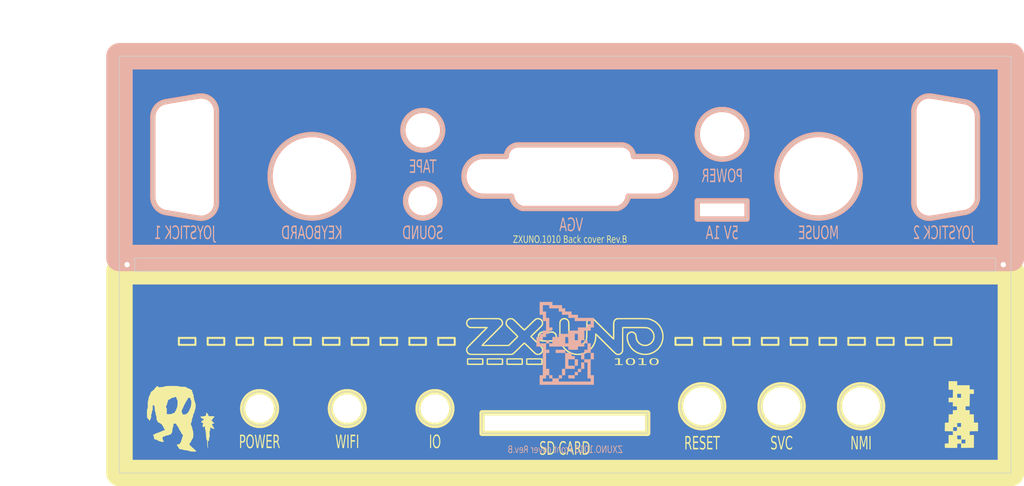
<source format=kicad_pcb>
(kicad_pcb (version 20240108) (generator "pcbnew") (generator_version "8.0")
  (title_block (title "ZXUNO.1010 (covers)") (date "2024-08-30") (rev "B") (company "Eugene Lozovoy") (comment 2 "Thickness: 1.6mm") (comment 3 "Layers: 2") (comment 4 "Dimensions: 134.6x63mm"))
  (layers (0 "F.Cu" signal) (31 "B.Cu" signal) (34 "B.Paste" user) (35 "F.Paste" user) (36 "B.SilkS" user "B.Silkscreen") (37 "F.SilkS" user "F.Silkscreen") (38 "B.Mask" user) (39 "F.Mask" user) (44 "Edge.Cuts" user))
  (net 0 "")
  (net 1 "shield")
  (footprint "mygraphic:zxuno_30x7.5" (layer "F.Cu") (at 144.449207 104.6)
    (property "Reference" "G***" (hide yes))
    (property "Value" "LOGO" (hide yes))
  )
  (footprint "LOGO" (layer "F.Cu") (at 203.5 116.1)
    (property "Reference" "G***" (hide yes))
    (property "Value" "LOGO" (hide yes))
  )
  (footprint "LOGO" (layer "F.Cu") (at 85.730542 115.902674)
    (property "Reference" "G***" (hide yes))
    (property "Value" "LOGO" (hide yes))
  )
  (footprint "mygraphic:black-mage-12.5x8.6" (layer "B.Cu") (at 144.5 104.9 180)
    (property "Reference" "G***" (hide yes))
    (property "Value" "LOGO" (hide yes))
  )
  (gr_arc (start 158.217828 76.65) (mid 161.217828 79.65) (end 158.217828 82.65) (stroke (width 0.8)) (layer "B.SilkS"))
  (gr_circle (center 168.2 73.3) (end 171.95 73.3) (stroke (width 0.8)) (fill none) (layer "B.SilkS"))
  (gr_line (start 84.215413 68.377685) (end 89.141813 67.539485) (stroke (width 0.8)) (layer "B.SilkS"))
  (gr_line (start 197.14969 83.653412) (end 197.14969 69.84658) (stroke (width 0.8)) (layer "B.SilkS"))
  (gr_line (start 132.217828 82.65) (end 136.417828 82.65) (stroke (width 0.8)) (layer "B.SilkS"))
  (gr_arc (start 84.215413 85.122315) (mid 82.807984 84.330586) (end 82.25 82.815216) (stroke (width 0.8)) (layer "B.SilkS"))
  (gr_line (start 132.217828 76.65) (end 135.617828 76.65) (stroke (width 0.8)) (layer "B.SilkS"))
  (gr_line (start 154.017828 82.65) (end 158.217828 82.65) (stroke (width 0.8)) (layer "B.SilkS"))
  (gr_arc (start 89.5132 85.990216) (mid 89.326913 85.982781) (end 89.141813 85.960515) (stroke (width 0.8)) (layer "B.SilkS"))
  (gr_arc (start 152.907172 74.9) (mid 154.216898 75.388067) (end 154.817828 76.65) (stroke (width 0.8)) (layer "B.SilkS"))
  (gr_arc (start 197.14969 69.84658) (mid 197.83413 68.19422) (end 199.48649 67.50978) (stroke (width 0.8)) (layer "B.SilkS"))
  (gr_line (start 154.817828 76.65) (end 158.217828 76.65) (stroke (width 0.8)) (layer "B.SilkS"))
  (gr_rect (start 77.2 61.5) (end 211.8 92) (stroke (width 4)) (fill none) (layer "B.SilkS"))
  (gr_line (start 199.857877 67.539481) (end 204.784277 68.377681) (stroke (width 0.8)) (layer "B.SilkS"))
  (gr_line (start 89.141813 85.960515) (end 84.215413 85.122315) (stroke (width 0.8)) (layer "B.SilkS"))
  (gr_arc (start 138.053367 84.5) (mid 136.953364 83.824516) (end 136.417828 82.65) (stroke (width 0.8)) (layer "B.SilkS"))
  (gr_circle (center 182.75 79.65) (end 189.05 79.65) (stroke (width 0.8)) (fill none) (layer "B.SilkS"))
  (gr_arc (start 82.25 70.684784) (mid 82.807926 69.169365) (end 84.215413 68.377685) (stroke (width 0.8)) (layer "B.SilkS"))
  (gr_line (start 206.74969 70.68478) (end 206.74969 82.815212) (stroke (width 0.8)) (layer "B.SilkS"))
  (gr_arc (start 206.74969 82.815212) (mid 206.191715 84.33059) (end 204.784277 85.122311) (stroke (width 0.8)) (layer "B.SilkS"))
  (gr_arc (start 91.85 83.653416) (mid 91.16558 85.305796) (end 89.5132 85.990216) (stroke (width 0.8)) (layer "B.SilkS"))
  (gr_arc (start 154.017828 82.65) (mid 153.496284 83.815825) (end 152.417831 84.499999) (stroke (width 0.8)) (layer "B.SilkS"))
  (gr_rect (start 164.45 83.35) (end 171.95 86.1) (stroke (width 0.8)) (fill none) (layer "B.SilkS"))
  (gr_arc (start 132.217828 82.65) (mid 129.217828 79.65) (end 132.217828 76.65) (stroke (width 0.8)) (layer "B.SilkS"))
  (gr_line (start 82.25 82.815216) (end 82.25 70.684784) (stroke (width 0.8)) (layer "B.SilkS"))
  (gr_line (start 137.492828 74.9) (end 152.907172 74.9) (stroke (width 0.8)) (layer "B.SilkS"))
  (gr_line (start 91.85 69.846584) (end 91.85 83.653416) (stroke (width 0.8)) (layer "B.SilkS"))
  (gr_circle (center 106.25 79.65) (end 112.55 79.65) (stroke (width 0.8)) (fill none) (layer "B.SilkS"))
  (gr_circle (center 123 83.35) (end 125.6 83.35) (stroke (width 0.8)) (fill none) (layer "B.SilkS"))
  (gr_arc (start 199.48649 67.50978) (mid 199.672776 67.517222) (end 199.857877 67.539481) (stroke (width 0.8)) (layer "B.SilkS"))
  (gr_line (start 138.053367 84.5) (end 152.417831 84.499999) (stroke (width 0.8)) (layer "B.SilkS"))
  (gr_arc (start 89.141813 67.539485) (mid 91.028625 68.067704) (end 91.85 69.846584) (stroke (width 0.8)) (layer "B.SilkS"))
  (gr_arc (start 204.784277 68.377681) (mid 206.191712 69.169405) (end 206.74969 70.68478) (stroke (width 0.8)) (layer "B.SilkS"))
  (gr_circle (center 123 72.7) (end 126 72.7) (stroke (width 0.8)) (fill none) (layer "B.SilkS"))
  (gr_arc (start 135.617827 76.65) (mid 136.196074 75.390085) (end 137.492828 74.9) (stroke (width 0.8)) (layer "B.SilkS"))
  (gr_arc (start 199.857877 85.960511) (mid 197.971072 85.432285) (end 197.14969 83.653412) (stroke (width 0.8)) (layer "B.SilkS"))
  (gr_line (start 204.784277 85.122311) (end 199.857877 85.960511) (stroke (width 0.8)) (layer "B.SilkS"))
  (gr_rect (start 94.875 104.075) (end 97.375 105.125) (stroke (width 0.3)) (fill none) (layer "F.SilkS"))
  (gr_rect (start 107.925 104.075) (end 110.425 105.125) (stroke (width 0.3)) (fill none) (layer "F.SilkS"))
  (gr_rect (start 77.2 94) (end 211.8 124.5) (stroke (width 4)) (fill none) (layer "F.SilkS"))
  (gr_rect (start 178.55 104.075) (end 181.05 105.125) (stroke (width 0.3)) (fill none) (layer "F.SilkS"))
  (gr_rect (start 120.975 104.075) (end 123.475 105.125) (stroke (width 0.3)) (fill none) (layer "F.SilkS"))
  (gr_rect (start 99.225 104.075) (end 101.725 105.125) (stroke (width 0.3)) (fill none) (layer "F.SilkS"))
  (gr_circle (center 189.175 114.4) (end 192.425 114.4) (stroke (width 0.8)) (fill none) (layer "F.SilkS"))
  (gr_rect (start 90.525 104.075) (end 93.025 105.125) (stroke (width 0.3)) (fill none) (layer "F.SilkS"))
  (gr_rect (start 169.85 104.075) (end 172.35 105.125) (stroke (width 0.3)) (fill none) (layer "F.SilkS"))
  (gr_circle (center 177.175 114.4) (end 180.425 114.4) (stroke (width 0.8)) (fill none) (layer "F.SilkS"))
  (gr_rect (start 200.3 104.075) (end 202.8 105.125) (stroke (width 0.3)) (fill none) (layer "F.SilkS"))
  (gr_circle (center 165.175 114.4) (end 168.425 114.4) (stroke (width 0.8)) (fill none) (layer "F.SilkS"))
  (gr_rect (start 131.95 115.4) (end 156.95 118.5) (stroke (width 0.8)) (fill none) (layer "F.SilkS"))
  (gr_rect (start 187.25 104.075) (end 189.75 105.125) (stroke (width 0.3)) (fill none) (layer "F.SilkS"))
  (gr_circle (center 98.36 114.75) (end 100.91 114.75) (stroke (width 0.8)) (fill none) (layer "F.SilkS"))
  (gr_rect (start 112.275 104.075) (end 114.775 105.125) (stroke (width 0.3)) (fill none) (layer "F.SilkS"))
  (gr_rect (start 103.575 104.075) (end 106.075 105.125) (stroke (width 0.3)) (fill none) (layer "F.SilkS"))
  (gr_rect (start 125.325 104.075) (end 127.825 105.125) (stroke (width 0.3)) (fill none) (layer "F.SilkS"))
  (gr_rect (start 161.15 104.075) (end 163.65 105.125) (stroke (width 0.3)) (fill none) (layer "F.SilkS"))
  (gr_circle (center 111.6 114.75) (end 114.15 114.75) (stroke (width 0.8)) (fill none) (layer "F.SilkS"))
  (gr_rect (start 116.625 104.075) (end 119.125 105.125) (stroke (width 0.3)) (fill none) (layer "F.SilkS"))
  (gr_rect (start 165.5 104.075) (end 168 105.125) (stroke (width 0.3)) (fill none) (layer "F.SilkS"))
  (gr_rect (start 182.9 104.075) (end 185.4 105.125) (stroke (width 0.3)) (fill none) (layer "F.SilkS"))
  (gr_rect (start 174.2 104.075) (end 176.7 105.125) (stroke (width 0.3)) (fill none) (layer "F.SilkS"))
  (gr_circle (center 124.8375 114.75) (end 127.3875 114.75) (stroke (width 0.8)) (fill none) (layer "F.SilkS"))
  (gr_rect (start 191.6 104.075) (end 194.1 105.125) (stroke (width 0.3)) (fill none) (layer "F.SilkS"))
  (gr_rect (start 86.175 104.075) (end 88.675 105.125) (stroke (width 0.3)) (fill none) (layer "F.SilkS"))
  (gr_rect (start 195.95 104.075) (end 198.45 105.125) (stroke (width 0.3)) (fill none) (layer "F.SilkS"))
  (gr_arc (start 152.907172 74.9) (mid 154.216898 75.388067) (end 154.817828 76.65) (stroke (width 0.1)) (layer "Edge.Cuts"))
  (gr_arc (start 154.017828 82.65) (mid 153.496284 83.815825) (end 152.417831 84.499999) (stroke (width 0.1)) (layer "Edge.Cuts"))
  (gr_arc (start 199.857877 85.960511) (mid 197.971072 85.432285) (end 197.14969 83.653412) (stroke (width 0.1)) (layer "Edge.Cuts"))
  (gr_line (start 137.492828 74.9) (end 152.907172 74.9) (stroke (width 0.1)) (layer "Edge.Cuts"))
  (gr_circle (center 124.8375 114.75) (end 127.3875 114.75) (stroke (width 0.1)) (fill none) (layer "Edge.Cuts"))
  (gr_circle (center 189.175 114.4) (end 192.425 114.4) (stroke (width 0.1)) (fill none) (layer "Edge.Cuts"))
  (gr_arc (start 82.25 70.684784) (mid 82.807926 69.169365) (end 84.215413 68.377685) (stroke (width 0.1)) (layer "Edge.Cuts"))
  (gr_line (start 199.857877 67.539481) (end 204.784277 68.377681) (stroke (width 0.1)) (layer "Edge.Cuts"))
  (gr_arc (start 158.217828 76.65) (mid 161.217828 79.65) (end 158.217828 82.65) (stroke (width 0.1)) (layer "Edge.Cuts"))
  (gr_line (start 209.5 94) (end 209.5 92) (stroke (width 0.1)) (layer "Edge.Cuts"))
  (gr_circle (center 123 83.35) (end 125.6 83.35) (stroke (width 0.1)) (fill none) (layer "Edge.Cuts"))
  (gr_circle (center 106.25 79.65) (end 112.55 79.65) (stroke (width 0.1)) (fill none) (layer "Edge.Cuts"))
  (gr_line (start 132.217828 82.65) (end 136.417828 82.65) (stroke (width 0.1)) (layer "Edge.Cuts"))
  (gr_rect (start 164.45 83.35) (end 171.95 86.1) (stroke (width 0.1)) (fill none) (layer "Edge.Cuts"))
  (gr_line (start 154.817828 76.65) (end 158.217828 76.65) (stroke (width 0.1)) (layer "Edge.Cuts"))
  (gr_line (start 132.217828 76.65) (end 135.617828 76.65) (stroke (width 0.1)) (layer "Edge.Cuts"))
  (gr_line (start 206.74969 70.68478) (end 206.74969 82.815212) (stroke (width 0.1)) (layer "Edge.Cuts"))
  (gr_line (start 211.8 61.5) (end 211.8 124.5) (stroke (width 0.1)) (layer "Edge.Cuts"))
  (gr_line (start 91.85 69.846584) (end 91.85 83.653416) (stroke (width 0.1)) (layer "Edge.Cuts"))
  (gr_arc (start 199.48649 67.50978) (mid 199.672776 67.517222) (end 199.857877 67.539481) (stroke (width 0.1)) (layer "Edge.Cuts"))
  (gr_circle (center 123 72.7) (end 126 72.7) (stroke (width 0.1)) (fill none) (layer "Edge.Cuts"))
  (gr_line (start 79.5 92) (end 79.5 94) (stroke (width 0.1)) (layer "Edge.Cuts"))
  (gr_line (start 82.25 82.815216) (end 82.25 70.684784) (stroke (width 0.1)) (layer "Edge.Cuts"))
  (gr_line (start 77.2 61.5) (end 211.8 61.5) (stroke (width 0.1)) (layer "Edge.Cuts"))
  (gr_arc (start 89.5132 85.990216) (mid 89.326913 85.982781) (end 89.141813 85.960515) (stroke (width 0.1)) (layer "Edge.Cuts"))
  (gr_circle (center 168.2 73.3) (end 171.95 73.3) (stroke (width 0.1)) (fill none) (layer "Edge.Cuts"))
  (gr_line (start 84.215413 68.377685) (end 89.141813 67.539485) (stroke (width 0.1)) (layer "Edge.Cuts"))
  (gr_line (start 79.5 94) (end 209.5 94) (stroke (width 0.1)) (layer "Edge.Cuts"))
  (gr_arc (start 197.14969 69.84658) (mid 197.83413 68.19422) (end 199.48649 67.50978) (stroke (width 0.1)) (layer "Edge.Cuts"))
  (gr_circle (center 177.175 114.4) (end 180.425 114.4) (stroke (width 0.1)) (fill none) (layer "Edge.Cuts"))
  (gr_circle (center 111.6 114.75) (end 114.15 114.75) (stroke (width 0.1)) (fill none) (layer "Edge.Cuts"))
  (gr_line (start 77.2 124.5) (end 77.2 61.5) (stroke (width 0.1)) (layer "Edge.Cuts"))
  (gr_arc (start 138.053367 84.5) (mid 136.953364 83.824516) (end 136.417828 82.65) (stroke (width 0.1)) (layer "Edge.Cuts"))
  (gr_line (start 154.017828 82.65) (end 158.217828 82.65) (stroke (width 0.1)) (layer "Edge.Cuts"))
  (gr_circle (center 182.75 79.65) (end 189.05 79.65) (stroke (width 0.1)) (fill none) (layer "Edge.Cuts"))
  (gr_line (start 204.784277 85.122311) (end 199.857877 85.960511) (stroke (width 0.1)) (layer "Edge.Cuts"))
  (gr_circle (center 98.36 114.75) (end 100.91 114.75) (stroke (width 0.1)) (fill none) (layer "Edge.Cuts"))
  (gr_arc (start 91.85 83.653416) (mid 91.16558 85.305796) (end 89.5132 85.990216) (stroke (width 0.1)) (layer "Edge.Cuts"))
  (gr_arc (start 135.617829 76.65) (mid 136.196063 75.390057) (end 137.49283 74.899948) (stroke (width 0.1)) (layer "Edge.Cuts"))
  (gr_line (start 197.14969 83.653412) (end 197.14969 69.84658) (stroke (width 0.1)) (layer "Edge.Cuts"))
  (gr_arc (start 84.215413 85.122315) (mid 82.807984 84.330586) (end 82.25 82.815216) (stroke (width 0.1)) (layer "Edge.Cuts"))
  (gr_line (start 211.8 124.5) (end 77.2 124.5) (stroke (width 0.1)) (layer "Edge.Cuts"))
  (gr_arc (start 206.74969 82.815212) (mid 206.191715 84.33059) (end 204.784277 85.122311) (stroke (width 0.1)) (layer "Edge.Cuts"))
  (gr_line (start 138.053367 84.5) (end 152.417831 84.499999) (stroke (width 0.1)) (layer "Edge.Cuts"))
  (gr_arc (start 132.217828 82.65) (mid 129.217828 79.65) (end 132.217828 76.65) (stroke (width 0.1)) (layer "Edge.Cuts"))
  (gr_line (start 209.5 92) (end 79.5 92) (stroke (width 0.1)) (layer "Edge.Cuts"))
  (gr_circle (center 165.175 114.4) (end 168.425 114.4) (stroke (width 0.1)) (fill none) (layer "Edge.Cuts"))
  (gr_arc (start 89.141813 67.539485) (mid 91.028625 68.067704) (end 91.85 69.846584) (stroke (width 0.1)) (layer "Edge.Cuts"))
  (gr_arc (start 204.784277 68.377681) (mid 206.191712 69.169405) (end 206.74969 70.68478) (stroke (width 0.1)) (layer "Edge.Cuts"))
  (gr_rect (start 131.95 115.4) (end 156.95 118.5) (stroke (width 0.1)) (fill none) (layer "Edge.Cuts"))
  (gr_line (start 89.141813 85.960515) (end 84.215413 85.122315) (stroke (width 0.1)) (layer "Edge.Cuts"))
  (gr_text "JOYSTICK 1" (at 87.05 88.3 0) (layer "B.SilkS") (effects (font (size 2 1.2) (thickness 0.2)) (justify mirror)))
  (gr_text "JOYSTICK 2" (at 206.208032 88.3 0) (layer "B.SilkS") (effects (font (size 2 1.2) (thickness 0.2)) (justify left mirror)))
  (gr_text "MOUSE" (at 182.75 88.3 0) (layer "B.SilkS") (effects (font (size 2 1.2) (thickness 0.2)) (justify mirror)))
  (gr_text "TAPE" (at 123 78.3 0) (layer "B.SilkS") (effects (font (size 2 1.2) (thickness 0.2)) (justify mirror)))
  (gr_text "SOUND" (at 123 88.3 0) (layer "B.SilkS") (effects (font (size 2 1.2) (thickness 0.2)) (justify mirror)))
  (gr_text "KEYBOARD" (at 106.25 88.3 0) (layer "B.SilkS") (effects (font (size 2 1.2) (thickness 0.2)) (justify mirror)))
  (gr_text "5V 1A" (at 168.2 88.3 0) (layer "B.SilkS") (effects (font (size 2 1.2) (thickness 0.2)) (justify mirror)))
  (gr_text "VGA" (at 145.407828 87.1 0) (layer "B.SilkS") (effects (font (size 2 1.2) (thickness 0.2)) (justify mirror)))
  (gr_text "ZXUNO.1010 Front cover Rev.${REVISION}" (at 144.5 121 0) (layer "B.SilkS") (effects (font (size 1.1 0.8) (thickness 0.14)) (justify mirror)))
  (gr_text "POWER" (at 168.2 79.7 0) (layer "B.SilkS") (effects (font (size 2 1.2) (thickness 0.2)) (justify mirror)))
  (gr_text "WIFI" (at 111.6 119.9 0) (layer "F.SilkS") (effects (font (size 2 1.2) (thickness 0.2))))
  (gr_text "1010" (at 155.25 107.75 0) (layer "F.SilkS") (effects (font (size 1 2) (thickness 0.125))))
  (gr_text "ZXUNO.1010 Back cover Rev.${REVISION}" (at 145.235599 89.25 0) (layer "F.SilkS") (effects (font (size 1.1 0.8) (thickness 0.14))))
  (gr_text "RESET" (at 165.175 120.1 0) (layer "F.SilkS") (effects (font (size 2 1.2) (thickness 0.2))))
  (gr_text "SVC" (at 177.175 120.1 0) (layer "F.SilkS") (effects (font (size 2 1.2) (thickness 0.2))))
  (gr_text "IO" (at 124.8375 119.9 0) (layer "F.SilkS") (effects (font (size 2 1.2) (thickness 0.2))))
  (gr_text "POWER" (at 98.36 119.9 0) (layer "F.SilkS") (effects (font (size 2 1.2) (thickness 0.2))))
  (gr_text "NMI" (at 189.175 120.1 0) (layer "F.SilkS") (effects (font (size 2 1.2) (thickness 0.2))))
  (gr_text "SD CARD" (at 144.45 120.9 0) (layer "F.SilkS") (effects (font (size 2 1.2) (thickness 0.2))))
  (via (at 78.35 93) (size 1.5) (drill 0.8) (layers "F.Cu" "B.Cu") (net 1))
  (via (at 210.65 93) (size 1.5) (drill 0.8) (layers "F.Cu" "B.Cu") (net 1))
  (zone (net 1) (net_name "shield") (layers "F&B.Cu") (connect_pads (clearance 0.508)) (min_thickness 0.254) (fill yes (thermal_gap 0.508) (thermal_bridge_width 0.508) (island_removal_mode 1) (island_area_min 0))
    (polygon (pts (xy 212 124.7) (xy 77 124.7) (xy 77 61.3) (xy 212 61.3)))
  )
)
</source>
